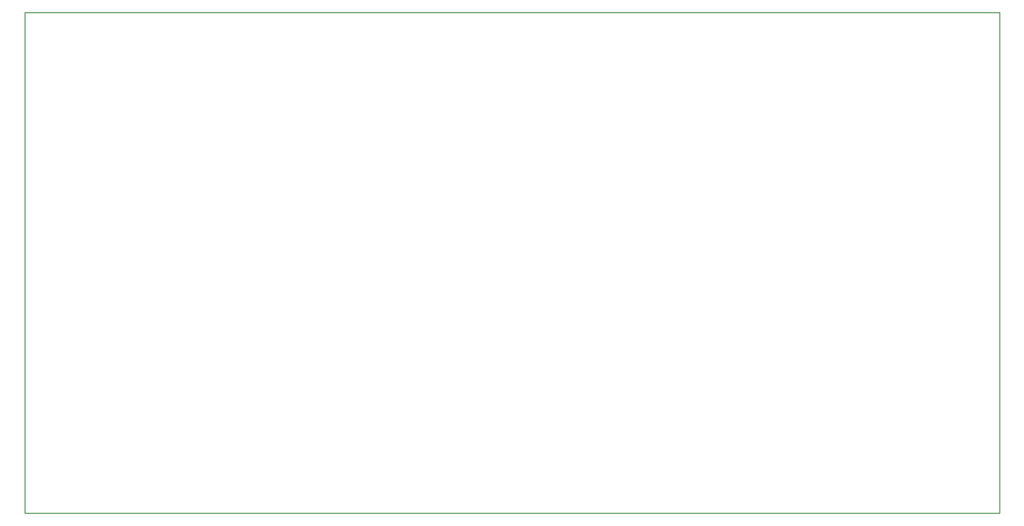
<source format=gbr>
%TF.GenerationSoftware,KiCad,Pcbnew,(5.1.10)-1*%
%TF.CreationDate,2021-06-14T15:07:00+02:00*%
%TF.ProjectId,bluepill_scsi,626c7565-7069-46c6-9c5f-736373692e6b,rev?*%
%TF.SameCoordinates,Original*%
%TF.FileFunction,Profile,NP*%
%FSLAX46Y46*%
G04 Gerber Fmt 4.6, Leading zero omitted, Abs format (unit mm)*
G04 Created by KiCad (PCBNEW (5.1.10)-1) date 2021-06-14 15:07:00*
%MOMM*%
%LPD*%
G01*
G04 APERTURE LIST*
%TA.AperFunction,Profile*%
%ADD10C,0.050000*%
%TD*%
G04 APERTURE END LIST*
D10*
X143510000Y-127000000D02*
X143510000Y-124460000D01*
X237490000Y-127000000D02*
X143510000Y-127000000D01*
X237490000Y-78740000D02*
X237490000Y-127000000D01*
X143510000Y-78740000D02*
X237490000Y-78740000D01*
X143510000Y-81280000D02*
X143510000Y-78740000D01*
X143510000Y-124460000D02*
X143510000Y-81280000D01*
M02*

</source>
